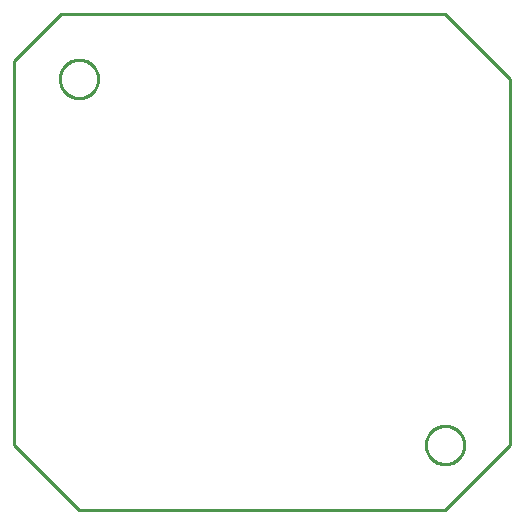
<source format=gbr>
G04 EAGLE Gerber RS-274X export*
G75*
%MOMM*%
%FSLAX34Y34*%
%LPD*%
%IN*%
%IPPOS*%
%AMOC8*
5,1,8,0,0,1.08239X$1,22.5*%
G01*
%ADD10C,0.254000*%


D10*
X0Y55000D02*
X55000Y0D01*
X365000Y0D01*
X420000Y55000D01*
X420000Y365000D01*
X365000Y420000D01*
X40000Y420000D01*
X0Y380000D01*
X0Y55000D01*
X381250Y54468D02*
X381180Y53406D01*
X381042Y52352D01*
X380834Y51308D01*
X380559Y50280D01*
X380217Y49273D01*
X379809Y48290D01*
X379339Y47336D01*
X378807Y46414D01*
X378216Y45530D01*
X377568Y44686D01*
X376867Y43886D01*
X376114Y43133D01*
X375314Y42432D01*
X374470Y41784D01*
X373586Y41193D01*
X372664Y40661D01*
X371710Y40191D01*
X370727Y39783D01*
X369720Y39441D01*
X368692Y39166D01*
X367648Y38958D01*
X366594Y38820D01*
X365532Y38750D01*
X364468Y38750D01*
X363406Y38820D01*
X362352Y38958D01*
X361308Y39166D01*
X360280Y39441D01*
X359273Y39783D01*
X358290Y40191D01*
X357336Y40661D01*
X356414Y41193D01*
X355530Y41784D01*
X354686Y42432D01*
X353886Y43133D01*
X353133Y43886D01*
X352432Y44686D01*
X351784Y45530D01*
X351193Y46414D01*
X350661Y47336D01*
X350191Y48290D01*
X349783Y49273D01*
X349441Y50280D01*
X349166Y51308D01*
X348958Y52352D01*
X348820Y53406D01*
X348750Y54468D01*
X348750Y55532D01*
X348820Y56594D01*
X348958Y57648D01*
X349166Y58692D01*
X349441Y59720D01*
X349783Y60727D01*
X350191Y61710D01*
X350661Y62664D01*
X351193Y63586D01*
X351784Y64470D01*
X352432Y65314D01*
X353133Y66114D01*
X353886Y66867D01*
X354686Y67568D01*
X355530Y68216D01*
X356414Y68807D01*
X357336Y69339D01*
X358290Y69809D01*
X359273Y70217D01*
X360280Y70559D01*
X361308Y70834D01*
X362352Y71042D01*
X363406Y71180D01*
X364468Y71250D01*
X365532Y71250D01*
X366594Y71180D01*
X367648Y71042D01*
X368692Y70834D01*
X369720Y70559D01*
X370727Y70217D01*
X371710Y69809D01*
X372664Y69339D01*
X373586Y68807D01*
X374470Y68216D01*
X375314Y67568D01*
X376114Y66867D01*
X376867Y66114D01*
X377568Y65314D01*
X378216Y64470D01*
X378807Y63586D01*
X379339Y62664D01*
X379809Y61710D01*
X380217Y60727D01*
X380559Y59720D01*
X380834Y58692D01*
X381042Y57648D01*
X381180Y56594D01*
X381250Y55532D01*
X381250Y54468D01*
X71250Y364468D02*
X71180Y363406D01*
X71042Y362352D01*
X70834Y361308D01*
X70559Y360280D01*
X70217Y359273D01*
X69809Y358290D01*
X69339Y357336D01*
X68807Y356414D01*
X68216Y355530D01*
X67568Y354686D01*
X66867Y353886D01*
X66114Y353133D01*
X65314Y352432D01*
X64470Y351784D01*
X63586Y351193D01*
X62664Y350661D01*
X61710Y350191D01*
X60727Y349783D01*
X59720Y349441D01*
X58692Y349166D01*
X57648Y348958D01*
X56594Y348820D01*
X55532Y348750D01*
X54468Y348750D01*
X53406Y348820D01*
X52352Y348958D01*
X51308Y349166D01*
X50280Y349441D01*
X49273Y349783D01*
X48290Y350191D01*
X47336Y350661D01*
X46414Y351193D01*
X45530Y351784D01*
X44686Y352432D01*
X43886Y353133D01*
X43133Y353886D01*
X42432Y354686D01*
X41784Y355530D01*
X41193Y356414D01*
X40661Y357336D01*
X40191Y358290D01*
X39783Y359273D01*
X39441Y360280D01*
X39166Y361308D01*
X38958Y362352D01*
X38820Y363406D01*
X38750Y364468D01*
X38750Y365532D01*
X38820Y366594D01*
X38958Y367648D01*
X39166Y368692D01*
X39441Y369720D01*
X39783Y370727D01*
X40191Y371710D01*
X40661Y372664D01*
X41193Y373586D01*
X41784Y374470D01*
X42432Y375314D01*
X43133Y376114D01*
X43886Y376867D01*
X44686Y377568D01*
X45530Y378216D01*
X46414Y378807D01*
X47336Y379339D01*
X48290Y379809D01*
X49273Y380217D01*
X50280Y380559D01*
X51308Y380834D01*
X52352Y381042D01*
X53406Y381180D01*
X54468Y381250D01*
X55532Y381250D01*
X56594Y381180D01*
X57648Y381042D01*
X58692Y380834D01*
X59720Y380559D01*
X60727Y380217D01*
X61710Y379809D01*
X62664Y379339D01*
X63586Y378807D01*
X64470Y378216D01*
X65314Y377568D01*
X66114Y376867D01*
X66867Y376114D01*
X67568Y375314D01*
X68216Y374470D01*
X68807Y373586D01*
X69339Y372664D01*
X69809Y371710D01*
X70217Y370727D01*
X70559Y369720D01*
X70834Y368692D01*
X71042Y367648D01*
X71180Y366594D01*
X71250Y365532D01*
X71250Y364468D01*
M02*

</source>
